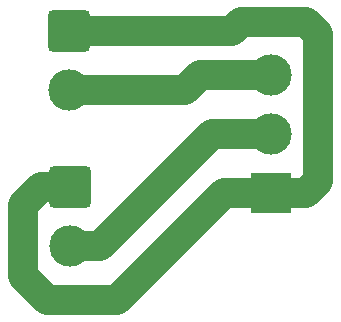
<source format=gbr>
%TF.GenerationSoftware,KiCad,Pcbnew,9.0.5*%
%TF.CreationDate,2025-11-30T14:54:46-03:00*%
%TF.ProjectId,Volume Control Module,566f6c75-6d65-4204-936f-6e74726f6c20,rev?*%
%TF.SameCoordinates,Original*%
%TF.FileFunction,Copper,L2,Bot*%
%TF.FilePolarity,Positive*%
%FSLAX46Y46*%
G04 Gerber Fmt 4.6, Leading zero omitted, Abs format (unit mm)*
G04 Created by KiCad (PCBNEW 9.0.5) date 2025-11-30 14:54:46*
%MOMM*%
%LPD*%
G01*
G04 APERTURE LIST*
G04 Aperture macros list*
%AMRoundRect*
0 Rectangle with rounded corners*
0 $1 Rounding radius*
0 $2 $3 $4 $5 $6 $7 $8 $9 X,Y pos of 4 corners*
0 Add a 4 corners polygon primitive as box body*
4,1,4,$2,$3,$4,$5,$6,$7,$8,$9,$2,$3,0*
0 Add four circle primitives for the rounded corners*
1,1,$1+$1,$2,$3*
1,1,$1+$1,$4,$5*
1,1,$1+$1,$6,$7*
1,1,$1+$1,$8,$9*
0 Add four rect primitives between the rounded corners*
20,1,$1+$1,$2,$3,$4,$5,0*
20,1,$1+$1,$4,$5,$6,$7,0*
20,1,$1+$1,$6,$7,$8,$9,0*
20,1,$1+$1,$8,$9,$2,$3,0*%
G04 Aperture macros list end*
%TA.AperFunction,ComponentPad*%
%ADD10R,3.500000X3.500000*%
%TD*%
%TA.AperFunction,ComponentPad*%
%ADD11C,3.500000*%
%TD*%
%TA.AperFunction,ComponentPad*%
%ADD12RoundRect,0.312501X-1.437499X1.437499X-1.437499X-1.437499X1.437499X-1.437499X1.437499X1.437499X0*%
%TD*%
%TA.AperFunction,Conductor*%
%ADD13C,2.500000*%
%TD*%
G04 APERTURE END LIST*
D10*
%TO.P,RV1,1,1*%
%TO.N,GND*%
X25000000Y-21000000D03*
D11*
%TO.P,RV1,2,2*%
%TO.N,Net-(J2-Pin_2)*%
X25000000Y-16000000D03*
%TO.P,RV1,3,3*%
%TO.N,Net-(J1-Pin_2)*%
X25000000Y-11000000D03*
%TD*%
D12*
%TO.P,J1,1,Pin_1*%
%TO.N,GND*%
X7900000Y-7300000D03*
D11*
%TO.P,J1,2,Pin_2*%
%TO.N,Net-(J1-Pin_2)*%
X7900000Y-12300000D03*
%TD*%
D12*
%TO.P,J2,1,Pin_1*%
%TO.N,GND*%
X8000000Y-20500000D03*
D11*
%TO.P,J2,2,Pin_2*%
%TO.N,Net-(J2-Pin_2)*%
X8000000Y-25500000D03*
%TD*%
D13*
%TO.N,GND*%
X29000000Y-7500000D02*
X29000000Y-20000000D01*
X28000000Y-21000000D02*
X25000000Y-21000000D01*
X28000000Y-6500000D02*
X29000000Y-7500000D01*
X22500000Y-6500000D02*
X28000000Y-6500000D01*
X4000000Y-22000000D02*
X4000000Y-28000000D01*
X8000000Y-20500000D02*
X5500000Y-20500000D01*
X12000000Y-30000000D02*
X21000000Y-21000000D01*
X5500000Y-20500000D02*
X4000000Y-22000000D01*
X4000000Y-28000000D02*
X6000000Y-30000000D01*
X29000000Y-20000000D02*
X28000000Y-21000000D01*
X6000000Y-30000000D02*
X12000000Y-30000000D01*
X7900000Y-7300000D02*
X21700000Y-7300000D01*
X21000000Y-21000000D02*
X25000000Y-21000000D01*
X21700000Y-7300000D02*
X22500000Y-6500000D01*
%TO.N,Net-(J1-Pin_2)*%
X19000000Y-11000000D02*
X25000000Y-11000000D01*
X17700000Y-12300000D02*
X19000000Y-11000000D01*
X7900000Y-12300000D02*
X17700000Y-12300000D01*
%TO.N,Net-(J2-Pin_2)*%
X10500000Y-25500000D02*
X20000000Y-16000000D01*
X8000000Y-25500000D02*
X10500000Y-25500000D01*
X20000000Y-16000000D02*
X25000000Y-16000000D01*
%TD*%
M02*

</source>
